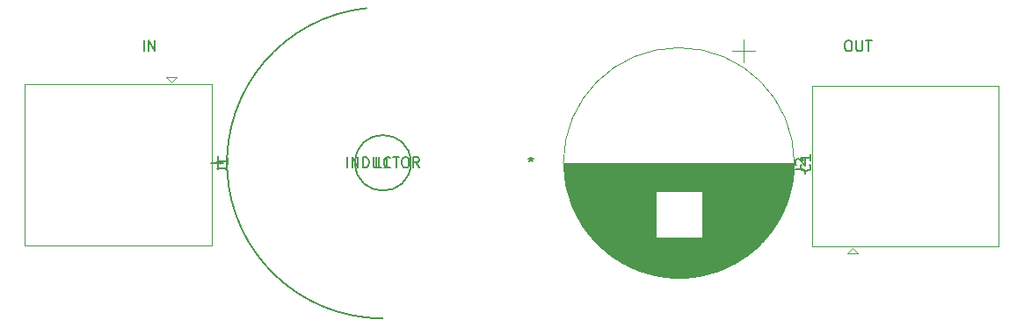
<source format=gbr>
G04 #@! TF.GenerationSoftware,KiCad,Pcbnew,(5.1.4)-1*
G04 #@! TF.CreationDate,2020-02-13T15:41:24-05:00*
G04 #@! TF.ProjectId,PowerFilter,506f7765-7246-4696-9c74-65722e6b6963,rev?*
G04 #@! TF.SameCoordinates,Original*
G04 #@! TF.FileFunction,Legend,Top*
G04 #@! TF.FilePolarity,Positive*
%FSLAX46Y46*%
G04 Gerber Fmt 4.6, Leading zero omitted, Abs format (unit mm)*
G04 Created by KiCad (PCBNEW (5.1.4)-1) date 2020-02-13 15:41:24*
%MOMM*%
%LPD*%
G04 APERTURE LIST*
%ADD10C,0.150000*%
%ADD11C,0.152400*%
%ADD12C,0.120000*%
G04 APERTURE END LIST*
D10*
X132750000Y-58452380D02*
X132940476Y-58452380D01*
X133035714Y-58500000D01*
X133130952Y-58595238D01*
X133178571Y-58785714D01*
X133178571Y-59119047D01*
X133130952Y-59309523D01*
X133035714Y-59404761D01*
X132940476Y-59452380D01*
X132750000Y-59452380D01*
X132654761Y-59404761D01*
X132559523Y-59309523D01*
X132511904Y-59119047D01*
X132511904Y-58785714D01*
X132559523Y-58595238D01*
X132654761Y-58500000D01*
X132750000Y-58452380D01*
X133607142Y-58452380D02*
X133607142Y-59261904D01*
X133654761Y-59357142D01*
X133702380Y-59404761D01*
X133797619Y-59452380D01*
X133988095Y-59452380D01*
X134083333Y-59404761D01*
X134130952Y-59357142D01*
X134178571Y-59261904D01*
X134178571Y-58452380D01*
X134511904Y-58452380D02*
X135083333Y-58452380D01*
X134797619Y-59452380D02*
X134797619Y-58452380D01*
X64976190Y-59452380D02*
X64976190Y-58452380D01*
X65452380Y-59452380D02*
X65452380Y-58452380D01*
X66023809Y-59452380D01*
X66023809Y-58452380D01*
D11*
X90679703Y-70250000D02*
G75*
G03X90679703Y-70250000I-2679700J0D01*
G01*
X86413076Y-55309945D02*
G75*
G03X88000003Y-85274100I1586927J-14940055D01*
G01*
X86413104Y-55309942D02*
G75*
G03X88000003Y-85274100I1586899J-14940058D01*
G01*
X72099006Y-69615000D02*
X72099006Y-70885000D01*
X71464006Y-70250000D02*
X72655266Y-70250000D01*
D12*
X129370000Y-78315000D02*
X147330000Y-78315000D01*
X129370000Y-62795000D02*
X129370000Y-78315000D01*
X129370000Y-62795000D02*
X147330000Y-62795000D01*
X147330000Y-78315000D02*
X147330000Y-62795000D01*
X133250000Y-78500000D02*
X132750000Y-79000000D01*
X132750000Y-79000000D02*
X133750000Y-79000000D01*
X133750000Y-79000000D02*
X133250000Y-78500000D01*
X71480000Y-62685000D02*
X53520000Y-62685000D01*
X71480000Y-78205000D02*
X71480000Y-62685000D01*
X71480000Y-78205000D02*
X53520000Y-78205000D01*
X53520000Y-62685000D02*
X53520000Y-78205000D01*
X67600000Y-62500000D02*
X68100000Y-62000000D01*
X68100000Y-62000000D02*
X67100000Y-62000000D01*
X67100000Y-62000000D02*
X67600000Y-62500000D01*
X123835000Y-59450663D02*
X121635000Y-59450663D01*
X122735000Y-58350663D02*
X122735000Y-60550663D01*
X116540000Y-81370000D02*
X116460000Y-81370000D01*
X117403000Y-81330000D02*
X115597000Y-81330000D01*
X117792000Y-81290000D02*
X115208000Y-81290000D01*
X118090000Y-81250000D02*
X114910000Y-81250000D01*
X118340000Y-81210000D02*
X114660000Y-81210000D01*
X118560000Y-81170000D02*
X114440000Y-81170000D01*
X118758000Y-81130000D02*
X114242000Y-81130000D01*
X118940000Y-81090000D02*
X114060000Y-81090000D01*
X119109000Y-81050000D02*
X113891000Y-81050000D01*
X119267000Y-81010000D02*
X113733000Y-81010000D01*
X119416000Y-80970000D02*
X113584000Y-80970000D01*
X119558000Y-80930000D02*
X113442000Y-80930000D01*
X119692000Y-80890000D02*
X113308000Y-80890000D01*
X119821000Y-80850000D02*
X113179000Y-80850000D01*
X119945000Y-80810000D02*
X113055000Y-80810000D01*
X120064000Y-80770000D02*
X112936000Y-80770000D01*
X120179000Y-80730000D02*
X112821000Y-80730000D01*
X120289000Y-80690000D02*
X112711000Y-80690000D01*
X120397000Y-80650000D02*
X112603000Y-80650000D01*
X120501000Y-80610000D02*
X112499000Y-80610000D01*
X120602000Y-80570000D02*
X112398000Y-80570000D01*
X120700000Y-80530000D02*
X112300000Y-80530000D01*
X120796000Y-80490000D02*
X112204000Y-80490000D01*
X120889000Y-80450000D02*
X112111000Y-80450000D01*
X120980000Y-80410000D02*
X112020000Y-80410000D01*
X121069000Y-80370000D02*
X111931000Y-80370000D01*
X121156000Y-80330000D02*
X111844000Y-80330000D01*
X121241000Y-80290000D02*
X111759000Y-80290000D01*
X121324000Y-80250000D02*
X111676000Y-80250000D01*
X121405000Y-80210000D02*
X111595000Y-80210000D01*
X121485000Y-80170000D02*
X111515000Y-80170000D01*
X121563000Y-80130000D02*
X111437000Y-80130000D01*
X121640000Y-80090000D02*
X111360000Y-80090000D01*
X121715000Y-80050000D02*
X111285000Y-80050000D01*
X121789000Y-80010000D02*
X111211000Y-80010000D01*
X121862000Y-79970000D02*
X111138000Y-79970000D01*
X121933000Y-79930000D02*
X111067000Y-79930000D01*
X122003000Y-79890000D02*
X110997000Y-79890000D01*
X122072000Y-79850000D02*
X110928000Y-79850000D01*
X122140000Y-79810000D02*
X110860000Y-79810000D01*
X122207000Y-79770000D02*
X110793000Y-79770000D01*
X122273000Y-79730000D02*
X110727000Y-79730000D01*
X122338000Y-79690000D02*
X110662000Y-79690000D01*
X122401000Y-79650000D02*
X110599000Y-79650000D01*
X122464000Y-79610000D02*
X110536000Y-79610000D01*
X122526000Y-79570000D02*
X110474000Y-79570000D01*
X122587000Y-79530000D02*
X110413000Y-79530000D01*
X122647000Y-79490000D02*
X110353000Y-79490000D01*
X122707000Y-79450000D02*
X110293000Y-79450000D01*
X122765000Y-79410000D02*
X110235000Y-79410000D01*
X122823000Y-79370000D02*
X110177000Y-79370000D01*
X122880000Y-79330000D02*
X110120000Y-79330000D01*
X122936000Y-79290000D02*
X110064000Y-79290000D01*
X122992000Y-79250000D02*
X110008000Y-79250000D01*
X123046000Y-79210000D02*
X109954000Y-79210000D01*
X123100000Y-79170000D02*
X109900000Y-79170000D01*
X123154000Y-79130000D02*
X109846000Y-79130000D01*
X123207000Y-79090000D02*
X109793000Y-79090000D01*
X123259000Y-79050000D02*
X109741000Y-79050000D01*
X123310000Y-79010000D02*
X109690000Y-79010000D01*
X123361000Y-78970000D02*
X109639000Y-78970000D01*
X123411000Y-78930000D02*
X109589000Y-78930000D01*
X123461000Y-78890000D02*
X109539000Y-78890000D01*
X123510000Y-78850000D02*
X109490000Y-78850000D01*
X123558000Y-78810000D02*
X109442000Y-78810000D01*
X123606000Y-78770000D02*
X109394000Y-78770000D01*
X123654000Y-78730000D02*
X109346000Y-78730000D01*
X123701000Y-78690000D02*
X109299000Y-78690000D01*
X123747000Y-78650000D02*
X109253000Y-78650000D01*
X123793000Y-78610000D02*
X109207000Y-78610000D01*
X123838000Y-78570000D02*
X109162000Y-78570000D01*
X123883000Y-78530000D02*
X109117000Y-78530000D01*
X123928000Y-78490000D02*
X109072000Y-78490000D01*
X123971000Y-78450000D02*
X109029000Y-78450000D01*
X124015000Y-78411000D02*
X108985000Y-78411000D01*
X124058000Y-78371000D02*
X108942000Y-78371000D01*
X124100000Y-78331000D02*
X108900000Y-78331000D01*
X124142000Y-78291000D02*
X108858000Y-78291000D01*
X124184000Y-78251000D02*
X108816000Y-78251000D01*
X124225000Y-78211000D02*
X108775000Y-78211000D01*
X124266000Y-78171000D02*
X108734000Y-78171000D01*
X124307000Y-78131000D02*
X108693000Y-78131000D01*
X124346000Y-78091000D02*
X108654000Y-78091000D01*
X124386000Y-78051000D02*
X108614000Y-78051000D01*
X124425000Y-78011000D02*
X108575000Y-78011000D01*
X124464000Y-77971000D02*
X108536000Y-77971000D01*
X124502000Y-77931000D02*
X108498000Y-77931000D01*
X124540000Y-77891000D02*
X108460000Y-77891000D01*
X124578000Y-77851000D02*
X108422000Y-77851000D01*
X124615000Y-77811000D02*
X108385000Y-77811000D01*
X124652000Y-77771000D02*
X108348000Y-77771000D01*
X124689000Y-77731000D02*
X108311000Y-77731000D01*
X124725000Y-77691000D02*
X108275000Y-77691000D01*
X124761000Y-77651000D02*
X108239000Y-77651000D01*
X124796000Y-77611000D02*
X108204000Y-77611000D01*
X124831000Y-77571000D02*
X108169000Y-77571000D01*
X124866000Y-77531000D02*
X108134000Y-77531000D01*
X124901000Y-77491000D02*
X108099000Y-77491000D01*
X114260000Y-77451000D02*
X108065000Y-77451000D01*
X124935000Y-77451000D02*
X118740000Y-77451000D01*
X114260000Y-77411000D02*
X108031000Y-77411000D01*
X124969000Y-77411000D02*
X118740000Y-77411000D01*
X114260000Y-77371000D02*
X107998000Y-77371000D01*
X125002000Y-77371000D02*
X118740000Y-77371000D01*
X114260000Y-77331000D02*
X107965000Y-77331000D01*
X125035000Y-77331000D02*
X118740000Y-77331000D01*
X114260000Y-77291000D02*
X107932000Y-77291000D01*
X125068000Y-77291000D02*
X118740000Y-77291000D01*
X114260000Y-77251000D02*
X107899000Y-77251000D01*
X125101000Y-77251000D02*
X118740000Y-77251000D01*
X114260000Y-77211000D02*
X107867000Y-77211000D01*
X125133000Y-77211000D02*
X118740000Y-77211000D01*
X114260000Y-77171000D02*
X107835000Y-77171000D01*
X125165000Y-77171000D02*
X118740000Y-77171000D01*
X114260000Y-77131000D02*
X107803000Y-77131000D01*
X125197000Y-77131000D02*
X118740000Y-77131000D01*
X114260000Y-77091000D02*
X107772000Y-77091000D01*
X125228000Y-77091000D02*
X118740000Y-77091000D01*
X114260000Y-77051000D02*
X107741000Y-77051000D01*
X125259000Y-77051000D02*
X118740000Y-77051000D01*
X114260000Y-77011000D02*
X107710000Y-77011000D01*
X125290000Y-77011000D02*
X118740000Y-77011000D01*
X114260000Y-76971000D02*
X107680000Y-76971000D01*
X125320000Y-76971000D02*
X118740000Y-76971000D01*
X114260000Y-76931000D02*
X107650000Y-76931000D01*
X125350000Y-76931000D02*
X118740000Y-76931000D01*
X114260000Y-76891000D02*
X107620000Y-76891000D01*
X125380000Y-76891000D02*
X118740000Y-76891000D01*
X114260000Y-76851000D02*
X107590000Y-76851000D01*
X125410000Y-76851000D02*
X118740000Y-76851000D01*
X114260000Y-76811000D02*
X107561000Y-76811000D01*
X125439000Y-76811000D02*
X118740000Y-76811000D01*
X114260000Y-76771000D02*
X107532000Y-76771000D01*
X125468000Y-76771000D02*
X118740000Y-76771000D01*
X114260000Y-76731000D02*
X107503000Y-76731000D01*
X125497000Y-76731000D02*
X118740000Y-76731000D01*
X114260000Y-76691000D02*
X107474000Y-76691000D01*
X125526000Y-76691000D02*
X118740000Y-76691000D01*
X114260000Y-76651000D02*
X107446000Y-76651000D01*
X125554000Y-76651000D02*
X118740000Y-76651000D01*
X114260000Y-76611000D02*
X107418000Y-76611000D01*
X125582000Y-76611000D02*
X118740000Y-76611000D01*
X114260000Y-76571000D02*
X107390000Y-76571000D01*
X125610000Y-76571000D02*
X118740000Y-76571000D01*
X114260000Y-76531000D02*
X107363000Y-76531000D01*
X125637000Y-76531000D02*
X118740000Y-76531000D01*
X114260000Y-76491000D02*
X107335000Y-76491000D01*
X125665000Y-76491000D02*
X118740000Y-76491000D01*
X114260000Y-76451000D02*
X107308000Y-76451000D01*
X125692000Y-76451000D02*
X118740000Y-76451000D01*
X114260000Y-76411000D02*
X107282000Y-76411000D01*
X125718000Y-76411000D02*
X118740000Y-76411000D01*
X114260000Y-76371000D02*
X107255000Y-76371000D01*
X125745000Y-76371000D02*
X118740000Y-76371000D01*
X114260000Y-76331000D02*
X107229000Y-76331000D01*
X125771000Y-76331000D02*
X118740000Y-76331000D01*
X114260000Y-76291000D02*
X107203000Y-76291000D01*
X125797000Y-76291000D02*
X118740000Y-76291000D01*
X114260000Y-76251000D02*
X107177000Y-76251000D01*
X125823000Y-76251000D02*
X118740000Y-76251000D01*
X114260000Y-76211000D02*
X107152000Y-76211000D01*
X125848000Y-76211000D02*
X118740000Y-76211000D01*
X114260000Y-76171000D02*
X107126000Y-76171000D01*
X125874000Y-76171000D02*
X118740000Y-76171000D01*
X114260000Y-76131000D02*
X107101000Y-76131000D01*
X125899000Y-76131000D02*
X118740000Y-76131000D01*
X114260000Y-76091000D02*
X107076000Y-76091000D01*
X125924000Y-76091000D02*
X118740000Y-76091000D01*
X114260000Y-76051000D02*
X107052000Y-76051000D01*
X125948000Y-76051000D02*
X118740000Y-76051000D01*
X114260000Y-76011000D02*
X107028000Y-76011000D01*
X125972000Y-76011000D02*
X118740000Y-76011000D01*
X114260000Y-75971000D02*
X107003000Y-75971000D01*
X125997000Y-75971000D02*
X118740000Y-75971000D01*
X114260000Y-75931000D02*
X106980000Y-75931000D01*
X126020000Y-75931000D02*
X118740000Y-75931000D01*
X114260000Y-75891000D02*
X106956000Y-75891000D01*
X126044000Y-75891000D02*
X118740000Y-75891000D01*
X114260000Y-75851000D02*
X106933000Y-75851000D01*
X126067000Y-75851000D02*
X118740000Y-75851000D01*
X114260000Y-75811000D02*
X106909000Y-75811000D01*
X126091000Y-75811000D02*
X118740000Y-75811000D01*
X114260000Y-75771000D02*
X106886000Y-75771000D01*
X126114000Y-75771000D02*
X118740000Y-75771000D01*
X114260000Y-75731000D02*
X106864000Y-75731000D01*
X126136000Y-75731000D02*
X118740000Y-75731000D01*
X114260000Y-75691000D02*
X106841000Y-75691000D01*
X126159000Y-75691000D02*
X118740000Y-75691000D01*
X114260000Y-75651000D02*
X106819000Y-75651000D01*
X126181000Y-75651000D02*
X118740000Y-75651000D01*
X114260000Y-75611000D02*
X106797000Y-75611000D01*
X126203000Y-75611000D02*
X118740000Y-75611000D01*
X114260000Y-75571000D02*
X106775000Y-75571000D01*
X126225000Y-75571000D02*
X118740000Y-75571000D01*
X114260000Y-75531000D02*
X106753000Y-75531000D01*
X126247000Y-75531000D02*
X118740000Y-75531000D01*
X114260000Y-75491000D02*
X106732000Y-75491000D01*
X126268000Y-75491000D02*
X118740000Y-75491000D01*
X114260000Y-75451000D02*
X106710000Y-75451000D01*
X126290000Y-75451000D02*
X118740000Y-75451000D01*
X114260000Y-75411000D02*
X106689000Y-75411000D01*
X126311000Y-75411000D02*
X118740000Y-75411000D01*
X114260000Y-75371000D02*
X106668000Y-75371000D01*
X126332000Y-75371000D02*
X118740000Y-75371000D01*
X114260000Y-75331000D02*
X106648000Y-75331000D01*
X126352000Y-75331000D02*
X118740000Y-75331000D01*
X114260000Y-75291000D02*
X106627000Y-75291000D01*
X126373000Y-75291000D02*
X118740000Y-75291000D01*
X114260000Y-75251000D02*
X106607000Y-75251000D01*
X126393000Y-75251000D02*
X118740000Y-75251000D01*
X114260000Y-75211000D02*
X106587000Y-75211000D01*
X126413000Y-75211000D02*
X118740000Y-75211000D01*
X114260000Y-75171000D02*
X106567000Y-75171000D01*
X126433000Y-75171000D02*
X118740000Y-75171000D01*
X114260000Y-75131000D02*
X106548000Y-75131000D01*
X126452000Y-75131000D02*
X118740000Y-75131000D01*
X114260000Y-75091000D02*
X106528000Y-75091000D01*
X126472000Y-75091000D02*
X118740000Y-75091000D01*
X114260000Y-75051000D02*
X106509000Y-75051000D01*
X126491000Y-75051000D02*
X118740000Y-75051000D01*
X114260000Y-75011000D02*
X106490000Y-75011000D01*
X126510000Y-75011000D02*
X118740000Y-75011000D01*
X114260000Y-74971000D02*
X106471000Y-74971000D01*
X126529000Y-74971000D02*
X118740000Y-74971000D01*
X114260000Y-74931000D02*
X106452000Y-74931000D01*
X126548000Y-74931000D02*
X118740000Y-74931000D01*
X114260000Y-74891000D02*
X106434000Y-74891000D01*
X126566000Y-74891000D02*
X118740000Y-74891000D01*
X114260000Y-74851000D02*
X106416000Y-74851000D01*
X126584000Y-74851000D02*
X118740000Y-74851000D01*
X114260000Y-74811000D02*
X106397000Y-74811000D01*
X126603000Y-74811000D02*
X118740000Y-74811000D01*
X114260000Y-74771000D02*
X106380000Y-74771000D01*
X126620000Y-74771000D02*
X118740000Y-74771000D01*
X114260000Y-74731000D02*
X106362000Y-74731000D01*
X126638000Y-74731000D02*
X118740000Y-74731000D01*
X114260000Y-74691000D02*
X106344000Y-74691000D01*
X126656000Y-74691000D02*
X118740000Y-74691000D01*
X114260000Y-74651000D02*
X106327000Y-74651000D01*
X126673000Y-74651000D02*
X118740000Y-74651000D01*
X114260000Y-74611000D02*
X106310000Y-74611000D01*
X126690000Y-74611000D02*
X118740000Y-74611000D01*
X114260000Y-74571000D02*
X106293000Y-74571000D01*
X126707000Y-74571000D02*
X118740000Y-74571000D01*
X114260000Y-74531000D02*
X106276000Y-74531000D01*
X126724000Y-74531000D02*
X118740000Y-74531000D01*
X114260000Y-74491000D02*
X106260000Y-74491000D01*
X126740000Y-74491000D02*
X118740000Y-74491000D01*
X114260000Y-74451000D02*
X106243000Y-74451000D01*
X126757000Y-74451000D02*
X118740000Y-74451000D01*
X114260000Y-74411000D02*
X106227000Y-74411000D01*
X126773000Y-74411000D02*
X118740000Y-74411000D01*
X114260000Y-74371000D02*
X106211000Y-74371000D01*
X126789000Y-74371000D02*
X118740000Y-74371000D01*
X114260000Y-74331000D02*
X106195000Y-74331000D01*
X126805000Y-74331000D02*
X118740000Y-74331000D01*
X114260000Y-74291000D02*
X106179000Y-74291000D01*
X126821000Y-74291000D02*
X118740000Y-74291000D01*
X114260000Y-74251000D02*
X106164000Y-74251000D01*
X126836000Y-74251000D02*
X118740000Y-74251000D01*
X114260000Y-74211000D02*
X106149000Y-74211000D01*
X126851000Y-74211000D02*
X118740000Y-74211000D01*
X114260000Y-74171000D02*
X106133000Y-74171000D01*
X126867000Y-74171000D02*
X118740000Y-74171000D01*
X114260000Y-74131000D02*
X106118000Y-74131000D01*
X126882000Y-74131000D02*
X118740000Y-74131000D01*
X114260000Y-74091000D02*
X106104000Y-74091000D01*
X126896000Y-74091000D02*
X118740000Y-74091000D01*
X114260000Y-74051000D02*
X106089000Y-74051000D01*
X126911000Y-74051000D02*
X118740000Y-74051000D01*
X114260000Y-74011000D02*
X106074000Y-74011000D01*
X126926000Y-74011000D02*
X118740000Y-74011000D01*
X114260000Y-73971000D02*
X106060000Y-73971000D01*
X126940000Y-73971000D02*
X118740000Y-73971000D01*
X114260000Y-73931000D02*
X106046000Y-73931000D01*
X126954000Y-73931000D02*
X118740000Y-73931000D01*
X114260000Y-73891000D02*
X106032000Y-73891000D01*
X126968000Y-73891000D02*
X118740000Y-73891000D01*
X114260000Y-73851000D02*
X106018000Y-73851000D01*
X126982000Y-73851000D02*
X118740000Y-73851000D01*
X114260000Y-73811000D02*
X106005000Y-73811000D01*
X126995000Y-73811000D02*
X118740000Y-73811000D01*
X114260000Y-73771000D02*
X105991000Y-73771000D01*
X127009000Y-73771000D02*
X118740000Y-73771000D01*
X114260000Y-73731000D02*
X105978000Y-73731000D01*
X127022000Y-73731000D02*
X118740000Y-73731000D01*
X114260000Y-73691000D02*
X105965000Y-73691000D01*
X127035000Y-73691000D02*
X118740000Y-73691000D01*
X114260000Y-73651000D02*
X105952000Y-73651000D01*
X127048000Y-73651000D02*
X118740000Y-73651000D01*
X114260000Y-73611000D02*
X105939000Y-73611000D01*
X127061000Y-73611000D02*
X118740000Y-73611000D01*
X114260000Y-73571000D02*
X105927000Y-73571000D01*
X127073000Y-73571000D02*
X118740000Y-73571000D01*
X114260000Y-73531000D02*
X105914000Y-73531000D01*
X127086000Y-73531000D02*
X118740000Y-73531000D01*
X114260000Y-73491000D02*
X105902000Y-73491000D01*
X127098000Y-73491000D02*
X118740000Y-73491000D01*
X114260000Y-73451000D02*
X105890000Y-73451000D01*
X127110000Y-73451000D02*
X118740000Y-73451000D01*
X114260000Y-73411000D02*
X105878000Y-73411000D01*
X127122000Y-73411000D02*
X118740000Y-73411000D01*
X114260000Y-73371000D02*
X105866000Y-73371000D01*
X127134000Y-73371000D02*
X118740000Y-73371000D01*
X114260000Y-73331000D02*
X105855000Y-73331000D01*
X127145000Y-73331000D02*
X118740000Y-73331000D01*
X114260000Y-73291000D02*
X105843000Y-73291000D01*
X127157000Y-73291000D02*
X118740000Y-73291000D01*
X114260000Y-73251000D02*
X105832000Y-73251000D01*
X127168000Y-73251000D02*
X118740000Y-73251000D01*
X114260000Y-73211000D02*
X105821000Y-73211000D01*
X127179000Y-73211000D02*
X118740000Y-73211000D01*
X114260000Y-73171000D02*
X105810000Y-73171000D01*
X127190000Y-73171000D02*
X118740000Y-73171000D01*
X114260000Y-73131000D02*
X105799000Y-73131000D01*
X127201000Y-73131000D02*
X118740000Y-73131000D01*
X114260000Y-73091000D02*
X105788000Y-73091000D01*
X127212000Y-73091000D02*
X118740000Y-73091000D01*
X114260000Y-73051000D02*
X105778000Y-73051000D01*
X127222000Y-73051000D02*
X118740000Y-73051000D01*
X114260000Y-73011000D02*
X105767000Y-73011000D01*
X127233000Y-73011000D02*
X118740000Y-73011000D01*
X127243000Y-72971000D02*
X105757000Y-72971000D01*
X127253000Y-72931000D02*
X105747000Y-72931000D01*
X127263000Y-72891000D02*
X105737000Y-72891000D01*
X127272000Y-72851000D02*
X105728000Y-72851000D01*
X127282000Y-72811000D02*
X105718000Y-72811000D01*
X127291000Y-72771000D02*
X105709000Y-72771000D01*
X127300000Y-72731000D02*
X105700000Y-72731000D01*
X127309000Y-72691000D02*
X105691000Y-72691000D01*
X127318000Y-72651000D02*
X105682000Y-72651000D01*
X127327000Y-72611000D02*
X105673000Y-72611000D01*
X127336000Y-72571000D02*
X105664000Y-72571000D01*
X127344000Y-72531000D02*
X105656000Y-72531000D01*
X127353000Y-72491000D02*
X105647000Y-72491000D01*
X127361000Y-72451000D02*
X105639000Y-72451000D01*
X127369000Y-72411000D02*
X105631000Y-72411000D01*
X127377000Y-72371000D02*
X105623000Y-72371000D01*
X127384000Y-72331000D02*
X105616000Y-72331000D01*
X127392000Y-72291000D02*
X105608000Y-72291000D01*
X127399000Y-72251000D02*
X105601000Y-72251000D01*
X127406000Y-72211000D02*
X105594000Y-72211000D01*
X127413000Y-72171000D02*
X105587000Y-72171000D01*
X127420000Y-72131000D02*
X105580000Y-72131000D01*
X127427000Y-72091000D02*
X105573000Y-72091000D01*
X127434000Y-72051000D02*
X105566000Y-72051000D01*
X127440000Y-72011000D02*
X105560000Y-72011000D01*
X127447000Y-71971000D02*
X105553000Y-71971000D01*
X127453000Y-71931000D02*
X105547000Y-71931000D01*
X127459000Y-71891000D02*
X105541000Y-71891000D01*
X127465000Y-71851000D02*
X105535000Y-71851000D01*
X127471000Y-71811000D02*
X105529000Y-71811000D01*
X127476000Y-71771000D02*
X105524000Y-71771000D01*
X127482000Y-71731000D02*
X105518000Y-71731000D01*
X127487000Y-71691000D02*
X105513000Y-71691000D01*
X127492000Y-71651000D02*
X105508000Y-71651000D01*
X127497000Y-71611000D02*
X105503000Y-71611000D01*
X127502000Y-71571000D02*
X105498000Y-71571000D01*
X127507000Y-71531000D02*
X105493000Y-71531000D01*
X127511000Y-71491000D02*
X105489000Y-71491000D01*
X127516000Y-71451000D02*
X105484000Y-71451000D01*
X127520000Y-71411000D02*
X105480000Y-71411000D01*
X127524000Y-71371000D02*
X105476000Y-71371000D01*
X127528000Y-71331000D02*
X105472000Y-71331000D01*
X127532000Y-71291000D02*
X105468000Y-71291000D01*
X127535000Y-71251000D02*
X105465000Y-71251000D01*
X127539000Y-71211000D02*
X105461000Y-71211000D01*
X127542000Y-71171000D02*
X105458000Y-71171000D01*
X127546000Y-71131000D02*
X105454000Y-71131000D01*
X127549000Y-71091000D02*
X105451000Y-71091000D01*
X127552000Y-71051000D02*
X105448000Y-71051000D01*
X127554000Y-71011000D02*
X105446000Y-71011000D01*
X127557000Y-70971000D02*
X105443000Y-70971000D01*
X127560000Y-70930000D02*
X105440000Y-70930000D01*
X127562000Y-70890000D02*
X105438000Y-70890000D01*
X127564000Y-70850000D02*
X105436000Y-70850000D01*
X127566000Y-70810000D02*
X105434000Y-70810000D01*
X127568000Y-70770000D02*
X105432000Y-70770000D01*
X127570000Y-70730000D02*
X105430000Y-70730000D01*
X127572000Y-70690000D02*
X105428000Y-70690000D01*
X127573000Y-70650000D02*
X105427000Y-70650000D01*
X127575000Y-70610000D02*
X105425000Y-70610000D01*
X127576000Y-70570000D02*
X105424000Y-70570000D01*
X127577000Y-70530000D02*
X105423000Y-70530000D01*
X127578000Y-70490000D02*
X105422000Y-70490000D01*
X127579000Y-70450000D02*
X105421000Y-70450000D01*
X127579000Y-70410000D02*
X105421000Y-70410000D01*
X127580000Y-70370000D02*
X105420000Y-70370000D01*
X127580000Y-70330000D02*
X105420000Y-70330000D01*
X127580000Y-70290000D02*
X105420000Y-70290000D01*
X127581000Y-70250000D02*
X105419000Y-70250000D01*
X127620000Y-70250000D02*
G75*
G03X127620000Y-70250000I-11120000J0D01*
G01*
D10*
X87833336Y-70702380D02*
X87357145Y-70702380D01*
X87357145Y-69702380D01*
X88690479Y-70702380D02*
X88119050Y-70702380D01*
X88404764Y-70702380D02*
X88404764Y-69702380D01*
X88309526Y-69845238D01*
X88214288Y-69940476D01*
X88119050Y-69988095D01*
X84547622Y-70702380D02*
X84547622Y-69702380D01*
X85023812Y-70702380D02*
X85023812Y-69702380D01*
X85595241Y-70702380D01*
X85595241Y-69702380D01*
X86071431Y-70702380D02*
X86071431Y-69702380D01*
X86309526Y-69702380D01*
X86452383Y-69750000D01*
X86547622Y-69845238D01*
X86595241Y-69940476D01*
X86642860Y-70130952D01*
X86642860Y-70273809D01*
X86595241Y-70464285D01*
X86547622Y-70559523D01*
X86452383Y-70654761D01*
X86309526Y-70702380D01*
X86071431Y-70702380D01*
X87071431Y-69702380D02*
X87071431Y-70511904D01*
X87119050Y-70607142D01*
X87166669Y-70654761D01*
X87261907Y-70702380D01*
X87452383Y-70702380D01*
X87547622Y-70654761D01*
X87595241Y-70607142D01*
X87642860Y-70511904D01*
X87642860Y-69702380D01*
X88690479Y-70607142D02*
X88642860Y-70654761D01*
X88500003Y-70702380D01*
X88404764Y-70702380D01*
X88261907Y-70654761D01*
X88166669Y-70559523D01*
X88119050Y-70464285D01*
X88071431Y-70273809D01*
X88071431Y-70130952D01*
X88119050Y-69940476D01*
X88166669Y-69845238D01*
X88261907Y-69750000D01*
X88404764Y-69702380D01*
X88500003Y-69702380D01*
X88642860Y-69750000D01*
X88690479Y-69797619D01*
X88976193Y-69702380D02*
X89547622Y-69702380D01*
X89261907Y-70702380D02*
X89261907Y-69702380D01*
X90071431Y-69702380D02*
X90261907Y-69702380D01*
X90357145Y-69750000D01*
X90452383Y-69845238D01*
X90500003Y-70035714D01*
X90500003Y-70369047D01*
X90452383Y-70559523D01*
X90357145Y-70654761D01*
X90261907Y-70702380D01*
X90071431Y-70702380D01*
X89976193Y-70654761D01*
X89880955Y-70559523D01*
X89833336Y-70369047D01*
X89833336Y-70035714D01*
X89880955Y-69845238D01*
X89976193Y-69750000D01*
X90071431Y-69702380D01*
X91500003Y-70702380D02*
X91166669Y-70226190D01*
X90928574Y-70702380D02*
X90928574Y-69702380D01*
X91309526Y-69702380D01*
X91404764Y-69750000D01*
X91452383Y-69797619D01*
X91500003Y-69892857D01*
X91500003Y-70035714D01*
X91452383Y-70130952D01*
X91404764Y-70178571D01*
X91309526Y-70226190D01*
X90928574Y-70226190D01*
X102250000Y-69702380D02*
X102250000Y-69940476D01*
X102011904Y-69845238D02*
X102250000Y-69940476D01*
X102488095Y-69845238D01*
X102107142Y-70130952D02*
X102250000Y-69940476D01*
X102392857Y-70130952D01*
X127702380Y-70888333D02*
X128416666Y-70888333D01*
X128559523Y-70935952D01*
X128654761Y-71031190D01*
X128702380Y-71174047D01*
X128702380Y-71269285D01*
X127797619Y-70459761D02*
X127750000Y-70412142D01*
X127702380Y-70316904D01*
X127702380Y-70078809D01*
X127750000Y-69983571D01*
X127797619Y-69935952D01*
X127892857Y-69888333D01*
X127988095Y-69888333D01*
X128130952Y-69935952D01*
X128702380Y-70507380D01*
X128702380Y-69888333D01*
X72052380Y-70778333D02*
X72766666Y-70778333D01*
X72909523Y-70825952D01*
X73004761Y-70921190D01*
X73052380Y-71064047D01*
X73052380Y-71159285D01*
X73052380Y-69778333D02*
X73052380Y-70349761D01*
X73052380Y-70064047D02*
X72052380Y-70064047D01*
X72195238Y-70159285D01*
X72290476Y-70254523D01*
X72338095Y-70349761D01*
X129107142Y-70416666D02*
X129154761Y-70464285D01*
X129202380Y-70607142D01*
X129202380Y-70702380D01*
X129154761Y-70845238D01*
X129059523Y-70940476D01*
X128964285Y-70988095D01*
X128773809Y-71035714D01*
X128630952Y-71035714D01*
X128440476Y-70988095D01*
X128345238Y-70940476D01*
X128250000Y-70845238D01*
X128202380Y-70702380D01*
X128202380Y-70607142D01*
X128250000Y-70464285D01*
X128297619Y-70416666D01*
X129202380Y-69464285D02*
X129202380Y-70035714D01*
X129202380Y-69750000D02*
X128202380Y-69750000D01*
X128345238Y-69845238D01*
X128440476Y-69940476D01*
X128488095Y-70035714D01*
M02*

</source>
